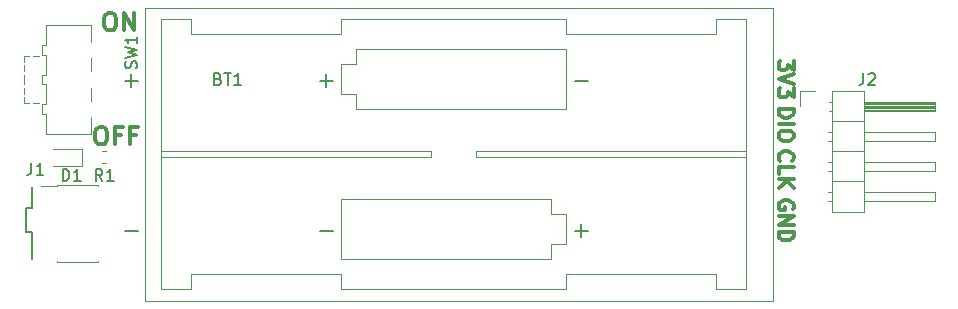
<source format=gbr>
G04 #@! TF.GenerationSoftware,KiCad,Pcbnew,(5.0.0)*
G04 #@! TF.CreationDate,2019-03-11T20:11:46-04:00*
G04 #@! TF.ProjectId,DebugAdapter,4465627567416461707465722E6B6963,rev?*
G04 #@! TF.SameCoordinates,Original*
G04 #@! TF.FileFunction,Legend,Top*
G04 #@! TF.FilePolarity,Positive*
%FSLAX46Y46*%
G04 Gerber Fmt 4.6, Leading zero omitted, Abs format (unit mm)*
G04 Created by KiCad (PCBNEW (5.0.0)) date 03/11/19 20:11:46*
%MOMM*%
%LPD*%
G01*
G04 APERTURE LIST*
%ADD10C,0.300000*%
%ADD11C,0.200000*%
%ADD12C,0.120000*%
%ADD13C,0.150000*%
G04 APERTURE END LIST*
D10*
X161417000Y-92758380D02*
X161477476Y-92637428D01*
X161477476Y-92456000D01*
X161417000Y-92274571D01*
X161296047Y-92153619D01*
X161175095Y-92093142D01*
X160933190Y-92032666D01*
X160751761Y-92032666D01*
X160509857Y-92093142D01*
X160388904Y-92153619D01*
X160267952Y-92274571D01*
X160207476Y-92456000D01*
X160207476Y-92576952D01*
X160267952Y-92758380D01*
X160328428Y-92818857D01*
X160751761Y-92818857D01*
X160751761Y-92576952D01*
X160207476Y-93363142D02*
X161477476Y-93363142D01*
X160207476Y-94088857D01*
X161477476Y-94088857D01*
X160207476Y-94693619D02*
X161477476Y-94693619D01*
X161477476Y-94996000D01*
X161417000Y-95177428D01*
X161296047Y-95298380D01*
X161175095Y-95358857D01*
X160933190Y-95419333D01*
X160751761Y-95419333D01*
X160509857Y-95358857D01*
X160388904Y-95298380D01*
X160267952Y-95177428D01*
X160207476Y-94996000D01*
X160207476Y-94693619D01*
X160328428Y-88652047D02*
X160267952Y-88591571D01*
X160207476Y-88410142D01*
X160207476Y-88289190D01*
X160267952Y-88107761D01*
X160388904Y-87986809D01*
X160509857Y-87926333D01*
X160751761Y-87865857D01*
X160933190Y-87865857D01*
X161175095Y-87926333D01*
X161296047Y-87986809D01*
X161417000Y-88107761D01*
X161477476Y-88289190D01*
X161477476Y-88410142D01*
X161417000Y-88591571D01*
X161356523Y-88652047D01*
X160207476Y-89801095D02*
X160207476Y-89196333D01*
X161477476Y-89196333D01*
X160207476Y-90224428D02*
X161477476Y-90224428D01*
X160207476Y-90950142D02*
X160933190Y-90405857D01*
X161477476Y-90950142D02*
X160751761Y-90224428D01*
X160207476Y-84297761D02*
X161477476Y-84297761D01*
X161477476Y-84600142D01*
X161417000Y-84781571D01*
X161296047Y-84902523D01*
X161175095Y-84963000D01*
X160933190Y-85023476D01*
X160751761Y-85023476D01*
X160509857Y-84963000D01*
X160388904Y-84902523D01*
X160267952Y-84781571D01*
X160207476Y-84600142D01*
X160207476Y-84297761D01*
X160207476Y-85567761D02*
X161477476Y-85567761D01*
X161477476Y-86414428D02*
X161477476Y-86656333D01*
X161417000Y-86777285D01*
X161296047Y-86898238D01*
X161054142Y-86958714D01*
X160630809Y-86958714D01*
X160388904Y-86898238D01*
X160267952Y-86777285D01*
X160207476Y-86656333D01*
X160207476Y-86414428D01*
X160267952Y-86293476D01*
X160388904Y-86172523D01*
X160630809Y-86112047D01*
X161054142Y-86112047D01*
X161296047Y-86172523D01*
X161417000Y-86293476D01*
X161477476Y-86414428D01*
X161477476Y-80215619D02*
X161477476Y-81001809D01*
X160993666Y-80578476D01*
X160993666Y-80759904D01*
X160933190Y-80880857D01*
X160872714Y-80941333D01*
X160751761Y-81001809D01*
X160449380Y-81001809D01*
X160328428Y-80941333D01*
X160267952Y-80880857D01*
X160207476Y-80759904D01*
X160207476Y-80397047D01*
X160267952Y-80276095D01*
X160328428Y-80215619D01*
X161477476Y-81364666D02*
X160207476Y-81788000D01*
X161477476Y-82211333D01*
X161477476Y-82513714D02*
X161477476Y-83299904D01*
X160993666Y-82876571D01*
X160993666Y-83058000D01*
X160933190Y-83178952D01*
X160872714Y-83239428D01*
X160751761Y-83299904D01*
X160449380Y-83299904D01*
X160328428Y-83239428D01*
X160267952Y-83178952D01*
X160207476Y-83058000D01*
X160207476Y-82695142D01*
X160267952Y-82574190D01*
X160328428Y-82513714D01*
X102711428Y-85792571D02*
X102997142Y-85792571D01*
X103140000Y-85864000D01*
X103282857Y-86006857D01*
X103354285Y-86292571D01*
X103354285Y-86792571D01*
X103282857Y-87078285D01*
X103140000Y-87221142D01*
X102997142Y-87292571D01*
X102711428Y-87292571D01*
X102568571Y-87221142D01*
X102425714Y-87078285D01*
X102354285Y-86792571D01*
X102354285Y-86292571D01*
X102425714Y-86006857D01*
X102568571Y-85864000D01*
X102711428Y-85792571D01*
X104497142Y-86506857D02*
X103997142Y-86506857D01*
X103997142Y-87292571D02*
X103997142Y-85792571D01*
X104711428Y-85792571D01*
X105782857Y-86506857D02*
X105282857Y-86506857D01*
X105282857Y-87292571D02*
X105282857Y-85792571D01*
X105997142Y-85792571D01*
X103465428Y-76140571D02*
X103751142Y-76140571D01*
X103894000Y-76212000D01*
X104036857Y-76354857D01*
X104108285Y-76640571D01*
X104108285Y-77140571D01*
X104036857Y-77426285D01*
X103894000Y-77569142D01*
X103751142Y-77640571D01*
X103465428Y-77640571D01*
X103322571Y-77569142D01*
X103179714Y-77426285D01*
X103108285Y-77140571D01*
X103108285Y-76640571D01*
X103179714Y-76354857D01*
X103322571Y-76212000D01*
X103465428Y-76140571D01*
X104751142Y-77640571D02*
X104751142Y-76140571D01*
X105608285Y-77640571D01*
X105608285Y-76140571D01*
D11*
X97028000Y-94742000D02*
X97028000Y-97028000D01*
X96520000Y-94742000D02*
X97028000Y-94742000D01*
X96520000Y-92710000D02*
X96520000Y-94742000D01*
X97028000Y-92710000D02*
X96520000Y-92710000D01*
X97028000Y-90932000D02*
X97028000Y-92710000D01*
D12*
G04 #@! TO.C,BT1*
X159720000Y-100538000D02*
X159720000Y-75738000D01*
X106520000Y-100538000D02*
X159720000Y-100538000D01*
X106520000Y-75738000D02*
X106520000Y-100538000D01*
X159720000Y-75738000D02*
X106520000Y-75738000D01*
X123190000Y-97028000D02*
X123190000Y-91948000D01*
X123190000Y-91948000D02*
X140970000Y-91948000D01*
X140970000Y-91948000D02*
X140970000Y-93218000D01*
X140970000Y-93218000D02*
X142240000Y-93218000D01*
X142240000Y-93218000D02*
X142240000Y-95758000D01*
X142240000Y-95758000D02*
X140970000Y-95758000D01*
X140970000Y-95758000D02*
X140970000Y-97028000D01*
X140970000Y-97028000D02*
X123190000Y-97028000D01*
X142240000Y-80518000D02*
X142240000Y-84328000D01*
X142240000Y-84328000D02*
X124460000Y-84328000D01*
X124460000Y-84328000D02*
X124460000Y-83058000D01*
X124460000Y-83058000D02*
X123190000Y-83058000D01*
X123190000Y-83058000D02*
X123190000Y-80518000D01*
X123190000Y-80518000D02*
X124460000Y-80518000D01*
X124460000Y-80518000D02*
X124460000Y-79248000D01*
X124460000Y-79248000D02*
X142240000Y-79248000D01*
X142240000Y-79248000D02*
X142240000Y-80518000D01*
X107950000Y-87884000D02*
X130810000Y-87884000D01*
X130810000Y-87884000D02*
X130810000Y-88392000D01*
X130810000Y-88392000D02*
X107950000Y-88392000D01*
X157480000Y-87884000D02*
X134620000Y-87884000D01*
X134620000Y-87884000D02*
X134620000Y-88392000D01*
X134620000Y-88392000D02*
X157480000Y-88392000D01*
X123190000Y-98298000D02*
X123190000Y-99568000D01*
X123190000Y-99568000D02*
X142240000Y-99568000D01*
X142240000Y-99568000D02*
X142240000Y-98298000D01*
X154940000Y-77978000D02*
X142240000Y-77978000D01*
X142240000Y-77978000D02*
X142240000Y-76708000D01*
X142240000Y-76708000D02*
X123190000Y-76708000D01*
X123190000Y-76708000D02*
X123190000Y-77978000D01*
X154940000Y-98298000D02*
X142240000Y-98298000D01*
X110490000Y-77978000D02*
X123190000Y-77978000D01*
X110490000Y-77978000D02*
X110490000Y-76708000D01*
X110490000Y-76708000D02*
X107950000Y-76708000D01*
X107950000Y-76708000D02*
X107950000Y-99568000D01*
X107950000Y-99568000D02*
X110490000Y-99568000D01*
X110490000Y-99568000D02*
X110490000Y-98298000D01*
X110490000Y-98298000D02*
X123190000Y-98298000D01*
X157480000Y-76708000D02*
X154940000Y-76708000D01*
X154940000Y-76708000D02*
X154940000Y-77978000D01*
X157480000Y-76708000D02*
X157480000Y-99568000D01*
X157480000Y-99568000D02*
X154940000Y-99568000D01*
X154940000Y-99568000D02*
X154940000Y-98298000D01*
G04 #@! TO.C,D1*
X98768000Y-89127000D02*
X101228000Y-89127000D01*
X101228000Y-89127000D02*
X101228000Y-87657000D01*
X101228000Y-87657000D02*
X98768000Y-87657000D01*
G04 #@! TO.C,J1*
X99073000Y-90745000D02*
X102603000Y-90745000D01*
X99073000Y-97215000D02*
X102603000Y-97215000D01*
X97748000Y-90810000D02*
X99073000Y-90810000D01*
X99073000Y-90745000D02*
X99073000Y-90810000D01*
X102603000Y-90745000D02*
X102603000Y-90810000D01*
X99073000Y-97150000D02*
X99073000Y-97215000D01*
X102603000Y-97150000D02*
X102603000Y-97215000D01*
G04 #@! TO.C,J2*
X164762000Y-82744000D02*
X164762000Y-93024000D01*
X164762000Y-93024000D02*
X167422000Y-93024000D01*
X167422000Y-93024000D02*
X167422000Y-82744000D01*
X167422000Y-82744000D02*
X164762000Y-82744000D01*
X167422000Y-83694000D02*
X173422000Y-83694000D01*
X173422000Y-83694000D02*
X173422000Y-84454000D01*
X173422000Y-84454000D02*
X167422000Y-84454000D01*
X167422000Y-83754000D02*
X173422000Y-83754000D01*
X167422000Y-83874000D02*
X173422000Y-83874000D01*
X167422000Y-83994000D02*
X173422000Y-83994000D01*
X167422000Y-84114000D02*
X173422000Y-84114000D01*
X167422000Y-84234000D02*
X173422000Y-84234000D01*
X167422000Y-84354000D02*
X173422000Y-84354000D01*
X164432000Y-83694000D02*
X164762000Y-83694000D01*
X164432000Y-84454000D02*
X164762000Y-84454000D01*
X164762000Y-85344000D02*
X167422000Y-85344000D01*
X167422000Y-86234000D02*
X173422000Y-86234000D01*
X173422000Y-86234000D02*
X173422000Y-86994000D01*
X173422000Y-86994000D02*
X167422000Y-86994000D01*
X164364929Y-86234000D02*
X164762000Y-86234000D01*
X164364929Y-86994000D02*
X164762000Y-86994000D01*
X164762000Y-87884000D02*
X167422000Y-87884000D01*
X167422000Y-88774000D02*
X173422000Y-88774000D01*
X173422000Y-88774000D02*
X173422000Y-89534000D01*
X173422000Y-89534000D02*
X167422000Y-89534000D01*
X164364929Y-88774000D02*
X164762000Y-88774000D01*
X164364929Y-89534000D02*
X164762000Y-89534000D01*
X164762000Y-90424000D02*
X167422000Y-90424000D01*
X167422000Y-91314000D02*
X173422000Y-91314000D01*
X173422000Y-91314000D02*
X173422000Y-92074000D01*
X173422000Y-92074000D02*
X167422000Y-92074000D01*
X164364929Y-91314000D02*
X164762000Y-91314000D01*
X164364929Y-92074000D02*
X164762000Y-92074000D01*
X162052000Y-84074000D02*
X162052000Y-82804000D01*
X162052000Y-82804000D02*
X163322000Y-82804000D01*
G04 #@! TO.C,R1*
X102952733Y-87882000D02*
X103295267Y-87882000D01*
X102952733Y-88902000D02*
X103295267Y-88902000D01*
G04 #@! TO.C,SW1*
X101976000Y-84988000D02*
X101976000Y-86388000D01*
X101976000Y-86388000D02*
X98176000Y-86388000D01*
X98176000Y-77188000D02*
X101976000Y-77188000D01*
X101976000Y-77188000D02*
X101976000Y-78588000D01*
X101976000Y-83588000D02*
X101976000Y-82488000D01*
X101976000Y-82488000D02*
X101976000Y-82488000D01*
X101976000Y-81088000D02*
X101976000Y-79988000D01*
X101976000Y-79988000D02*
X101976000Y-79988000D01*
X98176000Y-86388000D02*
X98176000Y-84688000D01*
X98176000Y-84688000D02*
X97876000Y-84688000D01*
X97876000Y-84688000D02*
X97876000Y-83888000D01*
X97876000Y-83888000D02*
X98176000Y-83888000D01*
X98176000Y-83888000D02*
X98176000Y-82188000D01*
X98176000Y-82188000D02*
X97876000Y-82188000D01*
X97876000Y-82188000D02*
X97876000Y-81388000D01*
X97876000Y-81388000D02*
X98176000Y-81388000D01*
X98176000Y-81388000D02*
X98176000Y-79688000D01*
X98176000Y-79688000D02*
X97876000Y-79688000D01*
X97876000Y-79688000D02*
X97876000Y-78888000D01*
X97876000Y-78888000D02*
X98176000Y-78888000D01*
X98176000Y-78888000D02*
X98176000Y-77188000D01*
X98176000Y-77188000D02*
X98176000Y-77188000D01*
X96276000Y-79788000D02*
X96776000Y-79788000D01*
X96776000Y-79788000D02*
X96776000Y-79788000D01*
X96276000Y-79788000D02*
X96276000Y-80288000D01*
X96276000Y-80288000D02*
X96276000Y-80288000D01*
X96276000Y-83788000D02*
X96276000Y-83288000D01*
X96276000Y-83288000D02*
X96276000Y-83288000D01*
X96276000Y-83788000D02*
X96776000Y-83788000D01*
X96776000Y-83788000D02*
X96776000Y-83788000D01*
X97076000Y-83788000D02*
X97576000Y-83788000D01*
X97576000Y-83788000D02*
X97576000Y-83788000D01*
X97076000Y-79788000D02*
X97576000Y-79788000D01*
X97576000Y-79788000D02*
X97576000Y-79788000D01*
X96276000Y-80588000D02*
X96276000Y-81088000D01*
X96276000Y-81088000D02*
X96276000Y-81088000D01*
X96276000Y-82988000D02*
X96276000Y-82488000D01*
X96276000Y-82488000D02*
X96276000Y-82488000D01*
X96276000Y-82188000D02*
X96276000Y-81388000D01*
X96276000Y-81388000D02*
X96276000Y-81388000D01*
G04 #@! TO.C,BT1*
D13*
X112752285Y-81716571D02*
X112895142Y-81764190D01*
X112942761Y-81811809D01*
X112990380Y-81907047D01*
X112990380Y-82049904D01*
X112942761Y-82145142D01*
X112895142Y-82192761D01*
X112799904Y-82240380D01*
X112418952Y-82240380D01*
X112418952Y-81240380D01*
X112752285Y-81240380D01*
X112847523Y-81288000D01*
X112895142Y-81335619D01*
X112942761Y-81430857D01*
X112942761Y-81526095D01*
X112895142Y-81621333D01*
X112847523Y-81668952D01*
X112752285Y-81716571D01*
X112418952Y-81716571D01*
X113276095Y-81240380D02*
X113847523Y-81240380D01*
X113561809Y-82240380D02*
X113561809Y-81240380D01*
X114704666Y-82240380D02*
X114133238Y-82240380D01*
X114418952Y-82240380D02*
X114418952Y-81240380D01*
X114323714Y-81383238D01*
X114228476Y-81478476D01*
X114133238Y-81526095D01*
X142938571Y-81895142D02*
X144081428Y-81895142D01*
X121348571Y-81895142D02*
X122491428Y-81895142D01*
X121920000Y-82466571D02*
X121920000Y-81323714D01*
X142938571Y-94595142D02*
X144081428Y-94595142D01*
X143510000Y-95166571D02*
X143510000Y-94023714D01*
X121348571Y-94595142D02*
X122491428Y-94595142D01*
X104838571Y-81895142D02*
X105981428Y-81895142D01*
X105410000Y-82466571D02*
X105410000Y-81323714D01*
X104838571Y-94595142D02*
X105981428Y-94595142D01*
G04 #@! TO.C,D1*
X99591904Y-90368380D02*
X99591904Y-89368380D01*
X99830000Y-89368380D01*
X99972857Y-89416000D01*
X100068095Y-89511238D01*
X100115714Y-89606476D01*
X100163333Y-89796952D01*
X100163333Y-89939809D01*
X100115714Y-90130285D01*
X100068095Y-90225523D01*
X99972857Y-90320761D01*
X99830000Y-90368380D01*
X99591904Y-90368380D01*
X101115714Y-90368380D02*
X100544285Y-90368380D01*
X100830000Y-90368380D02*
X100830000Y-89368380D01*
X100734761Y-89511238D01*
X100639523Y-89606476D01*
X100544285Y-89654095D01*
G04 #@! TO.C,J1*
X96948666Y-88860380D02*
X96948666Y-89574666D01*
X96901047Y-89717523D01*
X96805809Y-89812761D01*
X96662952Y-89860380D01*
X96567714Y-89860380D01*
X97948666Y-89860380D02*
X97377238Y-89860380D01*
X97662952Y-89860380D02*
X97662952Y-88860380D01*
X97567714Y-89003238D01*
X97472476Y-89098476D01*
X97377238Y-89146095D01*
G04 #@! TO.C,J2*
X167373666Y-81256380D02*
X167373666Y-81970666D01*
X167326047Y-82113523D01*
X167230809Y-82208761D01*
X167087952Y-82256380D01*
X166992714Y-82256380D01*
X167802238Y-81351619D02*
X167849857Y-81304000D01*
X167945095Y-81256380D01*
X168183190Y-81256380D01*
X168278428Y-81304000D01*
X168326047Y-81351619D01*
X168373666Y-81446857D01*
X168373666Y-81542095D01*
X168326047Y-81684952D01*
X167754619Y-82256380D01*
X168373666Y-82256380D01*
G04 #@! TO.C,R1*
X102957333Y-90368380D02*
X102624000Y-89892190D01*
X102385904Y-90368380D02*
X102385904Y-89368380D01*
X102766857Y-89368380D01*
X102862095Y-89416000D01*
X102909714Y-89463619D01*
X102957333Y-89558857D01*
X102957333Y-89701714D01*
X102909714Y-89796952D01*
X102862095Y-89844571D01*
X102766857Y-89892190D01*
X102385904Y-89892190D01*
X103909714Y-90368380D02*
X103338285Y-90368380D01*
X103624000Y-90368380D02*
X103624000Y-89368380D01*
X103528761Y-89511238D01*
X103433523Y-89606476D01*
X103338285Y-89654095D01*
G04 #@! TO.C,SW1*
X105814761Y-80835333D02*
X105862380Y-80692476D01*
X105862380Y-80454380D01*
X105814761Y-80359142D01*
X105767142Y-80311523D01*
X105671904Y-80263904D01*
X105576666Y-80263904D01*
X105481428Y-80311523D01*
X105433809Y-80359142D01*
X105386190Y-80454380D01*
X105338571Y-80644857D01*
X105290952Y-80740095D01*
X105243333Y-80787714D01*
X105148095Y-80835333D01*
X105052857Y-80835333D01*
X104957619Y-80787714D01*
X104910000Y-80740095D01*
X104862380Y-80644857D01*
X104862380Y-80406761D01*
X104910000Y-80263904D01*
X104862380Y-79930571D02*
X105862380Y-79692476D01*
X105148095Y-79502000D01*
X105862380Y-79311523D01*
X104862380Y-79073428D01*
X105862380Y-78168666D02*
X105862380Y-78740095D01*
X105862380Y-78454380D02*
X104862380Y-78454380D01*
X105005238Y-78549619D01*
X105100476Y-78644857D01*
X105148095Y-78740095D01*
G04 #@! TD*
M02*

</source>
